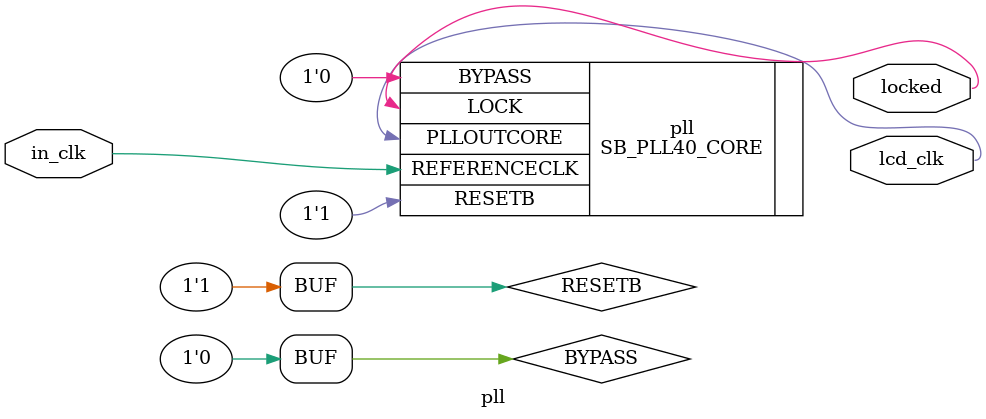
<source format=v>
module pll
(
    input in_clk, // 12 MHz, 0 deg
    output lcd_clk, // 48 MHz, 0 deg
    // output clk_10kHz, // 10 kHz, 0 deg
    output locked
);
    // PLL instance
    wire BYPASS = 0;
    wire RESETB = 1;

    SB_PLL40_CORE #(
        .FEEDBACK_PATH("PHASE_AND_DELAY"),
        .DELAY_ADJUSTMENT_MODE_FEEDBACK("FIXED"),
        .DELAY_ADJUSTMENT_MODE_RELATIVE("FIXED"),
        .PLLOUT_SELECT("SHIFTREG_0deg"),  // 0 degrees
        .SHIFTREG_DIV_MODE(1'b1), // 0 => div-by-4; 1 => div-by-7
        .FDA_FEEDBACK(4'b0000),
        .FDA_RELATIVE(4'b0000),
        .DIVR(4'd5),        // 0
        .DIVF(7'd4),     // 3
        .DIVQ(3'd0),         // 0
        .FILTER_RANGE(3'd1), // 1
    ) pll (
        .REFERENCECLK (in_clk),
        .PLLOUTCORE   (lcd_clk),
        .BYPASS       (BYPASS),
        .RESETB       (RESETB),
        .LOCK (locked)
    );
endmodule
</source>
